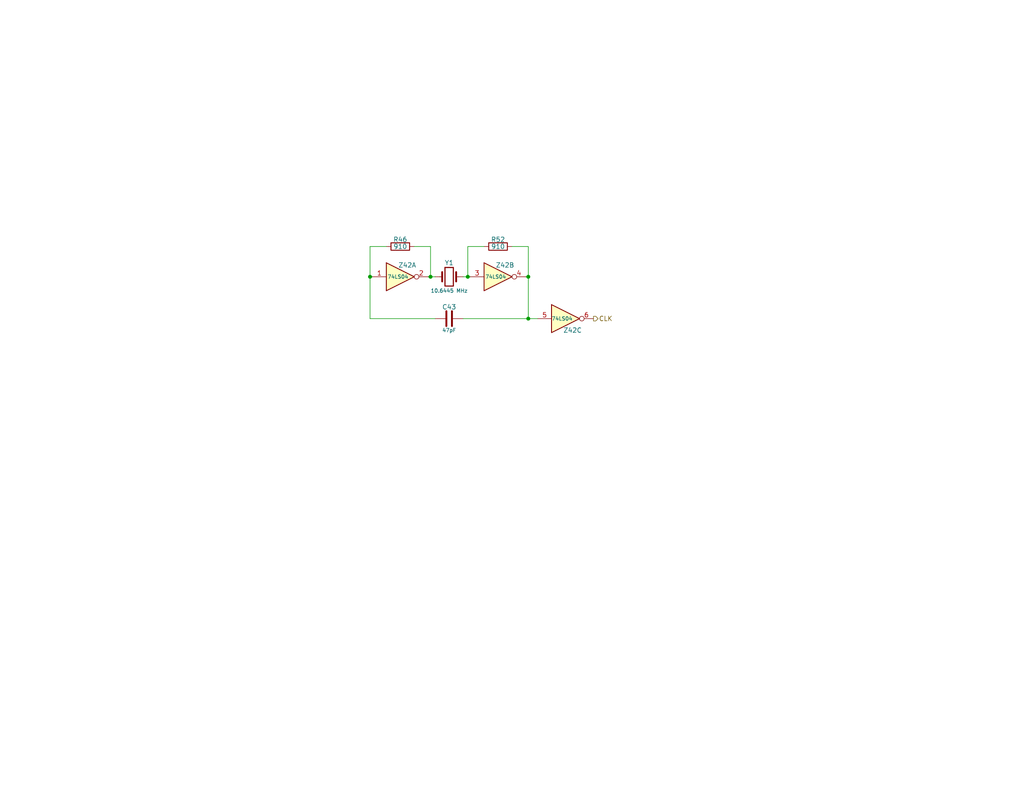
<source format=kicad_sch>
(kicad_sch (version 20231120) (generator "eeschema") (generator_version "8.0")
  (paper "USLetter")
  (title_block (title "TRS-80 Model I Rev G") (date "2024-11-29") (rev "E1C") (company "RetroStack - Marcel Erz") (comment 4 "System Clock"))
  (lib_symbols
    (symbol "74xx:74LS04"
      (property "Reference" "U" (at 0 1.27 0))
      (property "Value" "74LS04" (at 0 -1.27 0))
      (symbol "74LS04_1_0"
        (polyline (pts (xy -3.81 3.81) (xy -3.81 -3.81) (xy 3.81 0) (xy -3.81 3.81)) (stroke (width 0.254)) (fill (type background)))
        (pin input line (at -7.62 0 0) (length 3.81) (name "~") (number "1"))
        (pin output inverted (at 7.62 0 180) (length 3.81) (name "~") (number "2"))
      )
      (symbol "74LS04_2_0"
        (polyline (pts (xy -3.81 3.81) (xy -3.81 -3.81) (xy 3.81 0) (xy -3.81 3.81)) (stroke (width 0.254)) (fill (type background)))
        (pin input line (at -7.62 0 0) (length 3.81) (name "~") (number "3"))
        (pin output inverted (at 7.62 0 180) (length 3.81) (name "~") (number "4"))
      )
      (symbol "74LS04_3_0"
        (polyline (pts (xy -3.81 3.81) (xy -3.81 -3.81) (xy 3.81 0) (xy -3.81 3.81)) (stroke (width 0.254)) (fill (type background)))
        (pin input line (at -7.62 0 0) (length 3.81) (name "~") (number "5"))
        (pin output inverted (at 7.62 0 180) (length 3.81) (name "~") (number "6"))
      )
      (symbol "74LS04_4_0"
        (polyline (pts (xy -3.81 3.81) (xy -3.81 -3.81) (xy 3.81 0) (xy -3.81 3.81)) (stroke (width 0.254)) (fill (type background)))
        (pin output inverted (at 7.62 0 180) (length 3.81) (name "~") (number "8"))
        (pin input line (at -7.62 0 0) (length 3.81) (name "~") (number "9"))
      )
      (symbol "74LS04_5_0"
        (polyline (pts (xy -3.81 3.81) (xy -3.81 -3.81) (xy 3.81 0) (xy -3.81 3.81)) (stroke (width 0.254)) (fill (type background)))
        (pin output inverted (at 7.62 0 180) (length 3.81) (name "~") (number "10"))
        (pin input line (at -7.62 0 0) (length 3.81) (name "~") (number "11"))
      )
      (symbol "74LS04_6_0"
        (polyline (pts (xy -3.81 3.81) (xy -3.81 -3.81) (xy 3.81 0) (xy -3.81 3.81)) (stroke (width 0.254)) (fill (type background)))
        (pin output inverted (at 7.62 0 180) (length 3.81) (name "~") (number "12"))
        (pin input line (at -7.62 0 0) (length 3.81) (name "~") (number "13"))
      )
      (symbol "74LS04_7_0"
        (pin power_in line (at 0 12.7 270) (length 5.08) (name "VCC") (number "14"))
        (pin power_in line (at 0 -12.7 90) (length 5.08) (name "GND") (number "7"))
      )
      (symbol "74LS04_7_1"
        (rectangle (start -5.08 7.62) (end 5.08 -7.62) (stroke (width 0.254)) (fill (type background)))
      )
    )
    (symbol "Device:C" (pin_numbers hide) (pin_names (offset 0.254))
      (property "Reference" "C" (at 0.635 2.54 0))
      (property "Value" "C" (at 0.635 -2.54 0))
      (symbol "C_0_1"
        (polyline (pts (xy -2.032 -0.762) (xy 2.032 -0.762)) (stroke (width 0.508)))
        (polyline (pts (xy -2.032 0.762) (xy 2.032 0.762)) (stroke (width 0.508)))
      )
      (symbol "C_1_1"
        (pin passive line (at 0 3.81 270) (length 2.794) (name "~") (number "1"))
        (pin passive line (at 0 -3.81 90) (length 2.794) (name "~") (number "2"))
      )
    )
    (symbol "Device:Crystal" (pin_numbers hide) (pin_names (offset 1.016) hide)
      (property "Reference" "Y" (at 0 3.81 0))
      (property "Value" "Crystal" (at 0 -3.81 0))
      (symbol "Crystal_0_1"
        (rectangle (start -1.143 2.54) (end 1.143 -2.54) (stroke (width 0.3048)))
        (polyline (pts (xy -2.54 0) (xy -1.905 0)))
        (polyline (pts (xy -1.905 -1.27) (xy -1.905 1.27)) (stroke (width 0.508)))
        (polyline (pts (xy 1.905 -1.27) (xy 1.905 1.27)) (stroke (width 0.508)))
        (polyline (pts (xy 2.54 0) (xy 1.905 0)))
      )
      (symbol "Crystal_1_1"
        (pin passive line (at -3.81 0 0) (length 1.27) (name "1") (number "1"))
        (pin passive line (at 3.81 0 180) (length 1.27) (name "2") (number "2"))
      )
    )
    (symbol "Device:R" (pin_numbers hide) (pin_names (offset 0))
      (property "Reference" "R" (at 2.032 0 90))
      (property "Value" "R" (at 0 0 90))
      (symbol "R_0_1"
        (rectangle (start -1.016 -2.54) (end 1.016 2.54) (stroke (width 0.254)))
      )
      (symbol "R_1_1"
        (pin passive line (at 0 3.81 270) (length 1.27) (name "~") (number "1"))
        (pin passive line (at 0 -3.81 90) (length 1.27) (name "~") (number "2"))
      )
    )
  )
  (junction (at 127.635 75.565))
  (junction (at 100.965 75.565))
  (junction (at 117.475 75.565))
  (junction (at 144.145 86.995))
  (junction (at 144.145 75.565))
  (wire (pts (xy 143.51 75.565) (xy 144.145 75.565)))
  (wire (pts (xy 100.965 67.31) (xy 105.41 67.31)))
  (wire (pts (xy 126.365 75.565) (xy 127.635 75.565)))
  (wire (pts (xy 144.145 75.565) (xy 144.145 67.31)))
  (wire (pts (xy 144.145 86.995) (xy 144.145 75.565)))
  (wire (pts (xy 113.03 67.31) (xy 117.475 67.31)))
  (wire (pts (xy 126.365 86.995) (xy 144.145 86.995)))
  (wire (pts (xy 117.475 75.565) (xy 118.745 75.565)))
  (wire (pts (xy 127.635 67.31) (xy 127.635 75.565)))
  (wire (pts (xy 127.635 75.565) (xy 128.27 75.565)))
  (wire (pts (xy 139.7 67.31) (xy 144.145 67.31)))
  (wire (pts (xy 132.08 67.31) (xy 127.635 67.31)))
  (wire (pts (xy 100.965 86.995) (xy 100.965 75.565)))
  (wire (pts (xy 116.84 75.565) (xy 117.475 75.565)))
  (wire (pts (xy 146.685 86.995) (xy 144.145 86.995)))
  (wire (pts (xy 117.475 67.31) (xy 117.475 75.565)))
  (wire (pts (xy 101.6 75.565) (xy 100.965 75.565)))
  (wire (pts (xy 100.965 75.565) (xy 100.965 67.31)))
  (wire (pts (xy 118.745 86.995) (xy 100.965 86.995)))
  (hierarchical_label "CLK" (shape output) (at 161.925 86.995 0))
  (symbol (lib_id "Device:R") (at 135.89 67.31 90) (unit 1)
    (property "Reference" "R52" (at 135.89 65.405 90))
    (property "Value" "910" (at 135.89 67.31 90))
    (property "Footprint" "RetroStackLibrary:TRS80_Model_I_R_0.25W" (effects (hide yes)))
  )
  (symbol (lib_id "74xx:74LS04") (at 154.305 86.995 0) (unit 3)
    (property "Reference" "Z42" (at 153.67 90.17 0) (effects (justify left)))
    (property "Value" "74LS04" (at 150.495 86.995 0) (effects (font (size 1 1)) (justify left)))
    (property "Footprint" "RetroStackLibrary:TRS80_Model_I_DIP14" (effects (hide yes)))
    (property "Datasheet" "http://www.ti.com/lit/gpn/sn74LS04" (effects (hide yes)))
  )
  (symbol (lib_id "74xx:74LS04") (at 135.89 75.565 0) (unit 2)
    (property "Reference" "Z42" (at 137.795 72.39 0))
    (property "Value" "74LS04" (at 135.255 75.565 0) (effects (font (size 1 1))))
    (property "Footprint" "RetroStackLibrary:TRS80_Model_I_DIP14" (effects (hide yes)))
    (property "Datasheet" "http://www.ti.com/lit/gpn/sn74LS04" (effects (hide yes)))
  )
  (symbol (lib_id "Device:Crystal") (at 122.555 75.565 0) (unit 1)
    (property "Reference" "Y1" (at 122.555 71.755 0))
    (property "Value" "10.6445 MHz" (at 122.555 79.375 0) (effects (font (size 1 1))))
    (property "Footprint" "RetroStackLibrary:TRS80_Model_I_Crystal" (effects (hide yes)))
  )
  (symbol (lib_id "74xx:74LS04") (at 109.22 75.565 0) (unit 1)
    (property "Reference" "Z42" (at 111.125 72.39 0))
    (property "Value" "74LS04" (at 108.585 75.565 0) (effects (font (size 1 1))))
    (property "Footprint" "RetroStackLibrary:TRS80_Model_I_DIP14" (effects (hide yes)))
    (property "Datasheet" "http://www.ti.com/lit/gpn/sn74LS04" (effects (hide yes)))
  )
  (symbol (lib_id "Device:R") (at 109.22 67.31 90) (unit 1)
    (property "Reference" "R46" (at 109.22 65.405 90))
    (property "Value" "910" (at 109.22 67.31 90))
    (property "Footprint" "RetroStackLibrary:TRS80_Model_I_R_0.25W" (effects (hide yes)))
  )
  (symbol (lib_id "Device:C") (at 122.555 86.995 90) (unit 1)
    (property "Reference" "C43" (at 122.555 83.82 90))
    (property "Value" "47pF" (at 122.555 90.17 90) (effects (font (size 1 1))))
    (property "Footprint" "RetroStackLibrary:TRS80_Model_I_C_Disc_9.5L_4W_6P_Small" (effects (hide yes)))
  )
)
</source>
